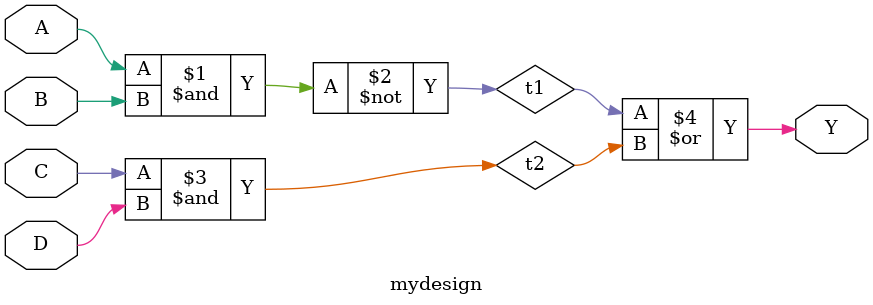
<source format=v>
module mydesign (
    A,B,C,D,Y
);
    input A,B,C,D;
    output Y;
    wire t1,t2,Y;

    nand #1 G1(t1,A,B);
    and #1 G2(t2,C,D);
    or #1 G3(Y,t1,t2);


endmodule

</source>
